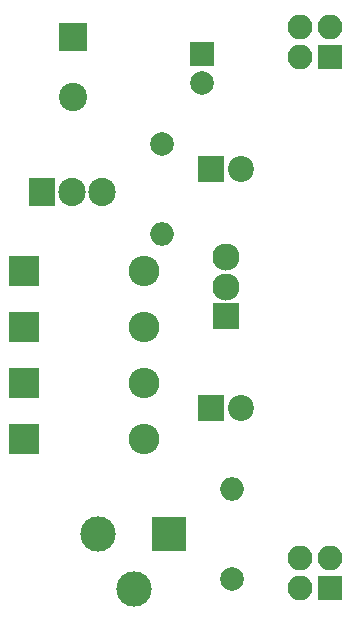
<source format=gts>
G04 #@! TF.GenerationSoftware,KiCad,Pcbnew,5.0.0-fee4fd1~66~ubuntu18.04.1*
G04 #@! TF.CreationDate,2018-08-15T18:58:20-07:00*
G04 #@! TF.ProjectId,BreadboardPowerSupply_v2,4272656164626F617264506F77657253,2*
G04 #@! TF.SameCoordinates,Original*
G04 #@! TF.FileFunction,Soldermask,Top*
G04 #@! TF.FilePolarity,Negative*
%FSLAX46Y46*%
G04 Gerber Fmt 4.6, Leading zero omitted, Abs format (unit mm)*
G04 Created by KiCad (PCBNEW 5.0.0-fee4fd1~66~ubuntu18.04.1) date Wed Aug 15 18:58:20 2018*
%MOMM*%
%LPD*%
G01*
G04 APERTURE LIST*
%ADD10R,2.000000X2.000000*%
%ADD11C,2.000000*%
%ADD12R,2.600000X2.600000*%
%ADD13O,2.600000X2.600000*%
%ADD14C,2.200000*%
%ADD15R,2.200000X2.200000*%
%ADD16R,3.000000X3.000000*%
%ADD17C,3.000000*%
%ADD18O,2.100000X2.100000*%
%ADD19R,2.100000X2.100000*%
%ADD20O,2.000000X2.000000*%
%ADD21R,2.300000X2.300000*%
%ADD22C,2.300000*%
%ADD23R,2.305000X2.400000*%
%ADD24O,2.305000X2.400000*%
%ADD25R,2.400000X2.400000*%
%ADD26C,2.400000*%
G04 APERTURE END LIST*
D10*
G04 #@! TO.C,C2*
X54229000Y-112014000D03*
D11*
X54229000Y-114514000D03*
G04 #@! TD*
D12*
G04 #@! TO.C,D1*
X39116000Y-144653000D03*
D13*
X49276000Y-144653000D03*
G04 #@! TD*
G04 #@! TO.C,D2*
X49276000Y-139911666D03*
D12*
X39116000Y-139911666D03*
G04 #@! TD*
G04 #@! TO.C,D3*
X39116000Y-135170333D03*
D13*
X49276000Y-135170333D03*
G04 #@! TD*
G04 #@! TO.C,D4*
X49276000Y-130429000D03*
D12*
X39116000Y-130429000D03*
G04 #@! TD*
D14*
G04 #@! TO.C,D5*
X57531000Y-141986000D03*
D15*
X54991000Y-141986000D03*
G04 #@! TD*
G04 #@! TO.C,D6*
X54991000Y-121793000D03*
D14*
X57531000Y-121793000D03*
G04 #@! TD*
D16*
G04 #@! TO.C,J1*
X51435000Y-152654000D03*
D17*
X45435000Y-152654000D03*
X48435000Y-157354000D03*
G04 #@! TD*
D18*
G04 #@! TO.C,J2*
X62484000Y-154686000D03*
X65024000Y-154686000D03*
X62484000Y-157226000D03*
D19*
X65024000Y-157226000D03*
G04 #@! TD*
G04 #@! TO.C,J3*
X65024000Y-112268000D03*
D18*
X62484000Y-112268000D03*
X65024000Y-109728000D03*
X62484000Y-109728000D03*
G04 #@! TD*
D11*
G04 #@! TO.C,R1*
X56769000Y-156464000D03*
D20*
X56769000Y-148844000D03*
G04 #@! TD*
G04 #@! TO.C,R2*
X50800000Y-127254000D03*
D11*
X50800000Y-119634000D03*
G04 #@! TD*
D21*
G04 #@! TO.C,SW1*
X56261000Y-134239000D03*
D22*
X56261000Y-131739000D03*
X56261000Y-129239000D03*
G04 #@! TD*
D23*
G04 #@! TO.C,U1*
X40640000Y-123698000D03*
D24*
X43180000Y-123698000D03*
X45720000Y-123698000D03*
G04 #@! TD*
D25*
G04 #@! TO.C,C1*
X43307000Y-110617000D03*
D26*
X43307000Y-115617000D03*
G04 #@! TD*
M02*

</source>
